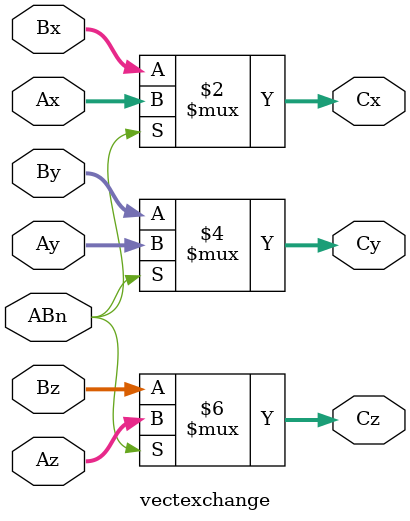
<source format=v>
module vectexchange (Ax, Ay, Az, Bx, By, Bz, Cx, Cy, Cz, ABn);
    input[16 - 1:0] Ax; 
    input[16 - 1:0] Ay; 
    input[16 - 1:0] Az; 
    input[16 - 1:0] Bx; 
    input[16 - 1:0] By; 
    input[16 - 1:0] Bz; 
    output[16 - 1:0] Cx; 
    wire[16 - 1:0] Cx;
    output[16 - 1:0] Cy; 
    wire[16 - 1:0] Cy;
    output[16 - 1:0] Cz; 
    wire[16 - 1:0] Cz;
    input ABn; 
    assign Cx = (ABn == 1'b1) ? Ax : Bx ;
    assign Cy = (ABn == 1'b1) ? Ay : By ;
    assign Cz = (ABn == 1'b1) ? Az : Bz ;
 endmodule
</source>
